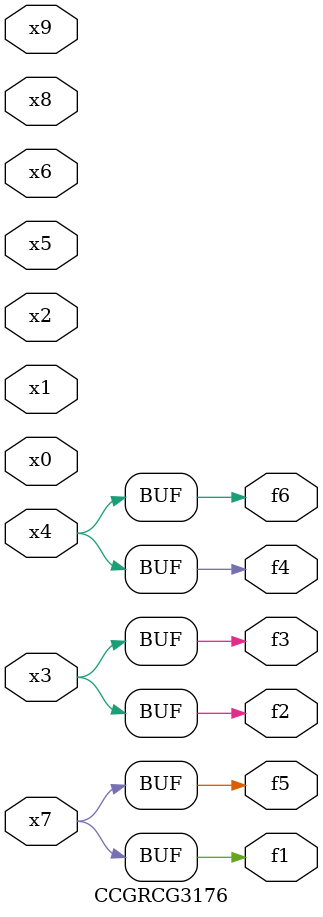
<source format=v>
module CCGRCG3176(
	input x0, x1, x2, x3, x4, x5, x6, x7, x8, x9,
	output f1, f2, f3, f4, f5, f6
);
	assign f1 = x7;
	assign f2 = x3;
	assign f3 = x3;
	assign f4 = x4;
	assign f5 = x7;
	assign f6 = x4;
endmodule

</source>
